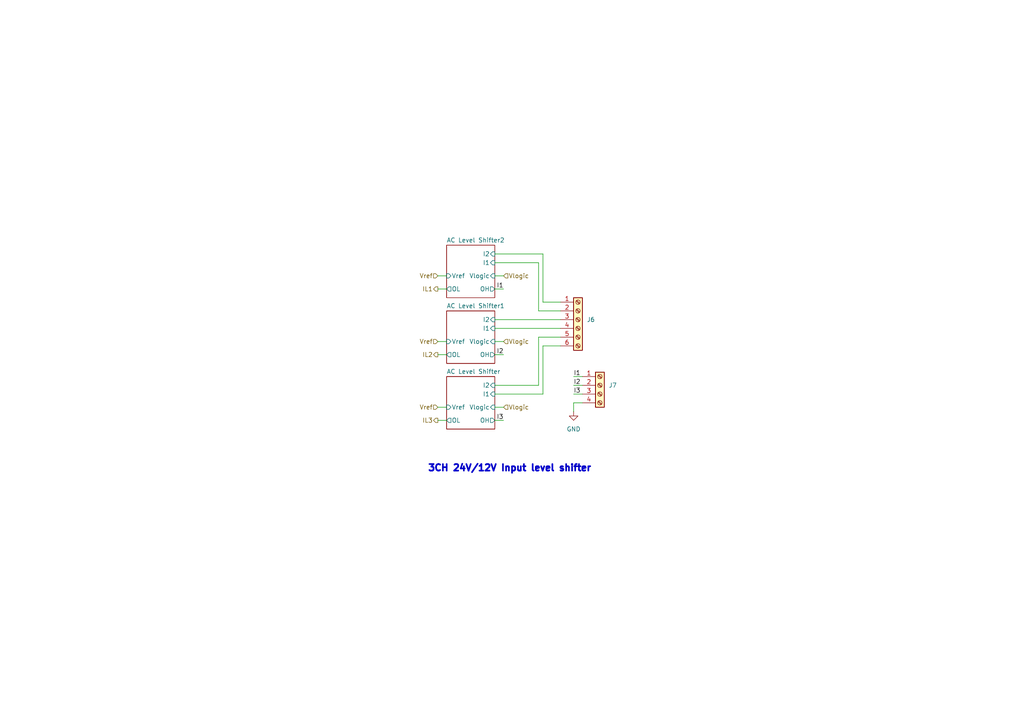
<source format=kicad_sch>
(kicad_sch (version 20250114) (generator "eeschema") (generator_version "9.0")
  (paper "A4")
  (lib_symbols
    (symbol "Connector:Screw_Terminal_01x04" (pin_names (offset 1.016) (hide yes))
      (property "Reference" "J" (at 0 5.08 0))
      (property "Value" "Screw_Terminal_01x04" (at 0 -7.62 0))
      (symbol "Screw_Terminal_01x04_1_1"
        (rectangle (start -1.27 3.81) (end 1.27 -6.35) (stroke (width 0.254)) (fill (type background)))
        (polyline (pts (xy -0.5334 2.8702) (xy 0.3302 2.032)) (stroke (width 0.1524)))
        (polyline (pts (xy -0.5334 0.3302) (xy 0.3302 -0.508)) (stroke (width 0.1524)))
        (polyline (pts (xy -0.5334 -2.2098) (xy 0.3302 -3.048)) (stroke (width 0.1524)))
        (polyline (pts (xy -0.5334 -4.7498) (xy 0.3302 -5.588)) (stroke (width 0.1524)))
        (polyline (pts (xy -0.3556 3.048) (xy 0.508 2.2098)) (stroke (width 0.1524)))
        (polyline (pts (xy -0.3556 0.508) (xy 0.508 -0.3302)) (stroke (width 0.1524)))
        (polyline (pts (xy -0.3556 -2.032) (xy 0.508 -2.8702)) (stroke (width 0.1524)))
        (polyline (pts (xy -0.3556 -4.572) (xy 0.508 -5.4102)) (stroke (width 0.1524)))
        (circle (center 0 2.54) (radius 0.635) (stroke (width 0.1524)))
        (circle (center 0 0) (radius 0.635) (stroke (width 0.1524)))
        (circle (center 0 -2.54) (radius 0.635) (stroke (width 0.1524)))
        (circle (center 0 -5.08) (radius 0.635) (stroke (width 0.1524)))
        (pin passive line (at -5.08 2.54 0) (length 3.81) (name "Pin_1") (number "1"))
        (pin passive line (at -5.08 0 0) (length 3.81) (name "Pin_2") (number "2"))
        (pin passive line (at -5.08 -2.54 0) (length 3.81) (name "Pin_3") (number "3"))
        (pin passive line (at -5.08 -5.08 0) (length 3.81) (name "Pin_4") (number "4"))
      )
    )
    (symbol "Connector:Screw_Terminal_01x06" (pin_names (offset 1.016) (hide yes))
      (property "Reference" "J" (at 0 7.62 0))
      (property "Value" "Screw_Terminal_01x06" (at 0 -10.16 0))
      (symbol "Screw_Terminal_01x06_1_1"
        (rectangle (start -1.27 6.35) (end 1.27 -8.89) (stroke (width 0.254)) (fill (type background)))
        (polyline (pts (xy -0.5334 5.4102) (xy 0.3302 4.572)) (stroke (width 0.1524)))
        (polyline (pts (xy -0.5334 2.8702) (xy 0.3302 2.032)) (stroke (width 0.1524)))
        (polyline (pts (xy -0.5334 0.3302) (xy 0.3302 -0.508)) (stroke (width 0.1524)))
        (polyline (pts (xy -0.5334 -2.2098) (xy 0.3302 -3.048)) (stroke (width 0.1524)))
        (polyline (pts (xy -0.5334 -4.7498) (xy 0.3302 -5.588)) (stroke (width 0.1524)))
        (polyline (pts (xy -0.5334 -7.2898) (xy 0.3302 -8.128)) (stroke (width 0.1524)))
        (polyline (pts (xy -0.3556 5.588) (xy 0.508 4.7498)) (stroke (width 0.1524)))
        (polyline (pts (xy -0.3556 3.048) (xy 0.508 2.2098)) (stroke (width 0.1524)))
        (polyline (pts (xy -0.3556 0.508) (xy 0.508 -0.3302)) (stroke (width 0.1524)))
        (polyline (pts (xy -0.3556 -2.032) (xy 0.508 -2.8702)) (stroke (width 0.1524)))
        (polyline (pts (xy -0.3556 -4.572) (xy 0.508 -5.4102)) (stroke (width 0.1524)))
        (polyline (pts (xy -0.3556 -7.112) (xy 0.508 -7.9502)) (stroke (width 0.1524)))
        (circle (center 0 5.08) (radius 0.635) (stroke (width 0.1524)))
        (circle (center 0 2.54) (radius 0.635) (stroke (width 0.1524)))
        (circle (center 0 0) (radius 0.635) (stroke (width 0.1524)))
        (circle (center 0 -2.54) (radius 0.635) (stroke (width 0.1524)))
        (circle (center 0 -5.08) (radius 0.635) (stroke (width 0.1524)))
        (circle (center 0 -7.62) (radius 0.635) (stroke (width 0.1524)))
        (pin passive line (at -5.08 5.08 0) (length 3.81) (name "Pin_1") (number "1"))
        (pin passive line (at -5.08 2.54 0) (length 3.81) (name "Pin_2") (number "2"))
        (pin passive line (at -5.08 0 0) (length 3.81) (name "Pin_3") (number "3"))
        (pin passive line (at -5.08 -2.54 0) (length 3.81) (name "Pin_4") (number "4"))
        (pin passive line (at -5.08 -5.08 0) (length 3.81) (name "Pin_5") (number "5"))
        (pin passive line (at -5.08 -7.62 0) (length 3.81) (name "Pin_6") (number "6"))
      )
    )
    (symbol "power:GND" (power) (pin_numbers (hide yes)) (pin_names (offset 0) (hide yes))
      (property "Value" "GND" (at 0 -3.81 0))
      (symbol "GND_0_1"
        (polyline (pts (xy 0 0) (xy 0 -1.27) (xy 1.27 -1.27) (xy 0 -2.54) (xy -1.27 -1.27) (xy 0 -1.27)))
      )
      (symbol "GND_1_1"
        (pin power_in line (at 0 0 270) (length 0) (name "~") (number "1"))
      )
    )
  )
  (text "3CH 24V/12V Input level shifter" (at 147.828 135.89 0) (effects (font (size 1.905 1.905) (thickness 0.508) (bold yes))))
  (wire (pts (xy 157.48 73.66) (xy 157.48 87.63)))
  (wire (pts (xy 143.51 73.66) (xy 157.48 73.66)))
  (wire (pts (xy 143.51 114.3) (xy 157.48 114.3)))
  (wire (pts (xy 143.51 95.25) (xy 162.56 95.25)))
  (wire (pts (xy 127 102.87) (xy 129.54 102.87)))
  (wire (pts (xy 143.51 92.71) (xy 162.56 92.71)))
  (wire (pts (xy 127 99.06) (xy 129.54 99.06)))
  (wire (pts (xy 146.05 83.82) (xy 143.51 83.82)))
  (wire (pts (xy 166.37 111.76) (xy 168.91 111.76)))
  (wire (pts (xy 157.48 100.33) (xy 162.56 100.33)))
  (wire (pts (xy 146.05 80.01) (xy 143.51 80.01)))
  (wire (pts (xy 127 83.82) (xy 129.54 83.82)))
  (wire (pts (xy 166.37 114.3) (xy 168.91 114.3)))
  (wire (pts (xy 156.21 97.79) (xy 156.21 111.76)))
  (wire (pts (xy 127 80.01) (xy 129.54 80.01)))
  (wire (pts (xy 143.51 76.2) (xy 156.21 76.2)))
  (wire (pts (xy 166.37 119.38) (xy 166.37 116.84)))
  (wire (pts (xy 127 121.92) (xy 129.54 121.92)))
  (wire (pts (xy 146.05 118.11) (xy 143.51 118.11)))
  (wire (pts (xy 156.21 111.76) (xy 143.51 111.76)))
  (wire (pts (xy 157.48 114.3) (xy 157.48 100.33)))
  (wire (pts (xy 146.05 121.92) (xy 143.51 121.92)))
  (wire (pts (xy 166.37 109.22) (xy 168.91 109.22)))
  (wire (pts (xy 156.21 90.17) (xy 162.56 90.17)))
  (wire (pts (xy 146.05 102.87) (xy 143.51 102.87)))
  (wire (pts (xy 156.21 76.2) (xy 156.21 90.17)))
  (wire (pts (xy 162.56 97.79) (xy 156.21 97.79)))
  (wire (pts (xy 157.48 87.63) (xy 162.56 87.63)))
  (wire (pts (xy 166.37 116.84) (xy 168.91 116.84)))
  (wire (pts (xy 146.05 99.06) (xy 143.51 99.06)))
  (wire (pts (xy 127 118.11) (xy 129.54 118.11)))
  (label "I3" (at 166.37 114.3 0))
  (label "I1" (at 166.37 109.22 0))
  (label "I1" (at 146.05 83.82 180))
  (label "I2" (at 146.05 102.87 180))
  (label "I3" (at 146.05 121.92 180))
  (label "I2" (at 166.37 111.76 0))
  (hierarchical_label "Vlogic" (shape input) (at 146.05 99.06 0))
  (hierarchical_label "Vref" (shape input) (at 127 118.11 180))
  (hierarchical_label "Vlogic" (shape input) (at 146.05 80.01 0))
  (hierarchical_label "IL1" (shape output) (at 127 83.82 180))
  (hierarchical_label "IL2" (shape output) (at 127 102.87 180))
  (hierarchical_label "IL3" (shape output) (at 127 121.92 180))
  (hierarchical_label "Vref" (shape input) (at 127 80.01 180))
  (hierarchical_label "Vref" (shape input) (at 127 99.06 180))
  (hierarchical_label "Vlogic" (shape input) (at 146.05 118.11 0))
  (symbol (lib_id "Connector:Screw_Terminal_01x04") (at 173.99 111.76 0) (unit 1)
    (property "Reference" "J7" (at 176.53 111.7599 0) (effects (justify left)))
    (property "Value" "Screw_Terminal_01x04" (effects (hide yes)))
    (property "Description" "Generic screw terminal, single row, 01x04, script generated (kicad-library-utils/schlib/autogen/connector/)" (effects (hide yes)))
  )
  (symbol (lib_id "Connector:Screw_Terminal_01x06") (at 167.64 92.71 0) (unit 1)
    (property "Reference" "J6" (at 170.18 92.7099 0) (effects (justify left)))
    (property "Value" "Screw_Terminal_01x06" (effects (hide yes)))
    (property "Description" "Generic screw terminal, single row, 01x06, script generated (kicad-library-utils/schlib/autogen/connector/)" (effects (hide yes)))
  )
  (symbol (lib_id "power:GND") (at 166.37 119.38 0) (unit 1)
    (property "Reference" "#PWR091" (effects (hide yes)))
    (property "Value" "GND" (at 166.37 124.46 0))
    (property "Description" "Power symbol creates a global label with name \"GND\" , ground" (effects (hide yes)))
  )
  (sheet (at 129.54 71.12) (size 13.97 15.24) (stroke (width 0.1524))
    (property "Sheetname" "AC Level Shifter2" (at 129.54 70.4084 0) (effects (justify left bottom)))
    (property "Sheetfile" "ac-shifter.kicad_sch" (effects (hide yes)))
    (pin "Vref" input (at 129.54 80.01 180))
    (pin "Vlogic" input (at 143.51 80.01 0))
    (pin "OH" output (at 143.51 83.82 0))
    (pin "I2" input (at 143.51 73.66 0))
    (pin "I1" input (at 143.51 76.2 0))
    (pin "OL" output (at 129.54 83.82 180))
  )
  (sheet (at 129.54 90.17) (size 13.97 15.24) (stroke (width 0.1524))
    (property "Sheetname" "AC Level Shifter1" (at 129.54 89.4584 0) (effects (justify left bottom)))
    (property "Sheetfile" "ac-shifter.kicad_sch" (effects (hide yes)))
    (pin "Vref" input (at 129.54 99.06 180))
    (pin "Vlogic" input (at 143.51 99.06 0))
    (pin "OH" output (at 143.51 102.87 0))
    (pin "I2" input (at 143.51 92.71 0))
    (pin "I1" input (at 143.51 95.25 0))
    (pin "OL" output (at 129.54 102.87 180))
  )
  (sheet (at 129.54 109.22) (size 13.97 15.24) (stroke (width 0.1524))
    (property "Sheetname" "AC Level Shifter" (at 129.54 108.5084 0) (effects (justify left bottom)))
    (property "Sheetfile" "ac-shifter.kicad_sch" (effects (hide yes)))
    (pin "Vref" input (at 129.54 118.11 180))
    (pin "Vlogic" input (at 143.51 118.11 0))
    (pin "OH" output (at 143.51 121.92 0))
    (pin "I2" input (at 143.51 111.76 0))
    (pin "I1" input (at 143.51 114.3 0))
    (pin "OL" output (at 129.54 121.92 180))
  )
)
</source>
